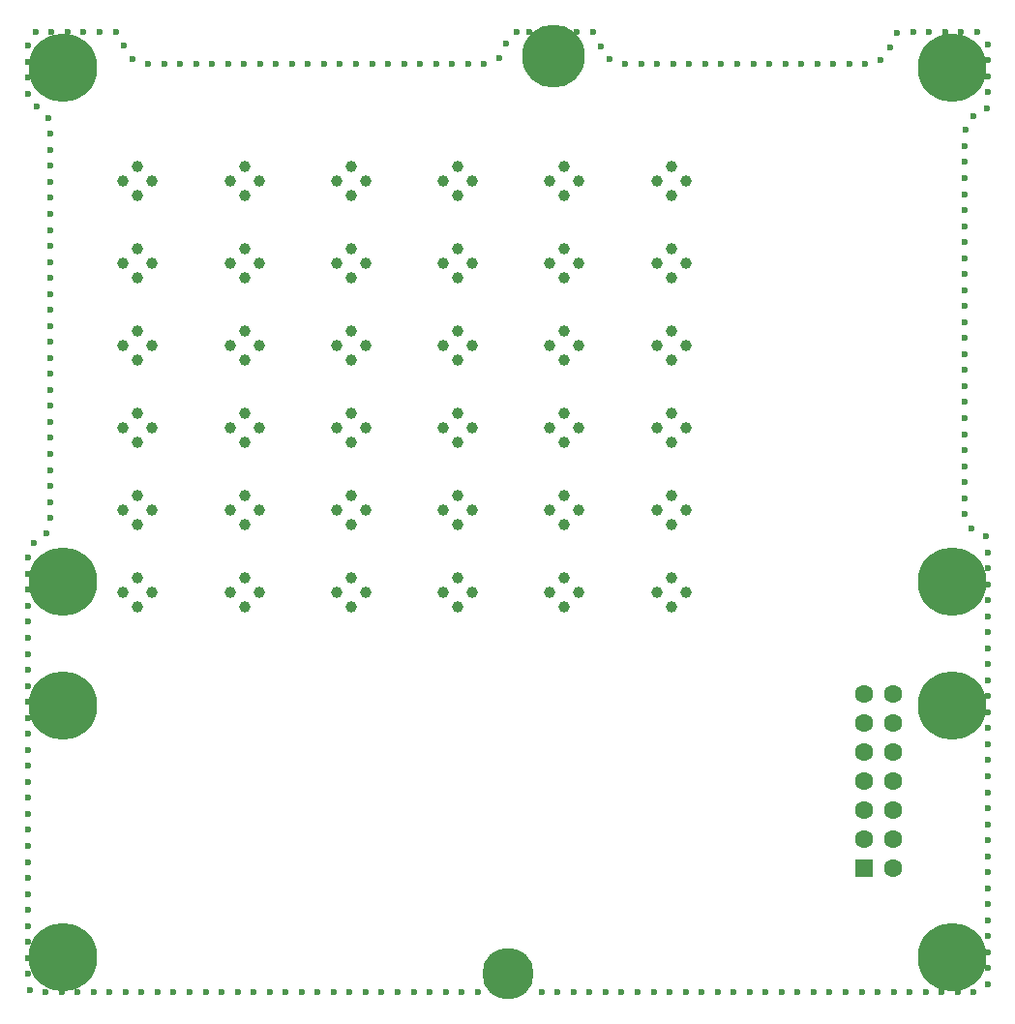
<source format=gbr>
G04*
G04 #@! TF.GenerationSoftware,Altium Limited,Altium Designer,24.1.2 (44)*
G04*
G04 Layer_Color=255*
%FSLAX44Y44*%
%MOMM*%
G71*
G04*
G04 #@! TF.SameCoordinates,E5F7653D-5FC0-4154-B66B-F321A2D7D9BC*
G04*
G04*
G04 #@! TF.FilePolarity,Positive*
G04*
G01*
G75*
%ADD34C,0.6000*%
%ADD35C,4.5000*%
%ADD36C,0.9000*%
%ADD37C,5.5000*%
%ADD38C,1.2000*%
%ADD39C,6.0000*%
%ADD40C,1.0000*%
%ADD41C,1.6000*%
%ADD42R,1.6000X1.6000*%
D34*
X443698Y845000D02*
D03*
X457698D02*
D03*
X471698D02*
D03*
X485698D02*
D03*
X499694Y844649D02*
D03*
X506867Y832626D02*
D03*
X514549Y820922D02*
D03*
X527989Y817000D02*
D03*
X541989D02*
D03*
X555989D02*
D03*
X569989D02*
D03*
X583989D02*
D03*
X597989D02*
D03*
X611989D02*
D03*
X625989D02*
D03*
X639989D02*
D03*
X653989D02*
D03*
X667989D02*
D03*
X681989D02*
D03*
X695989D02*
D03*
X709989D02*
D03*
X723989D02*
D03*
X737989D02*
D03*
X751625Y820170D02*
D03*
X760086Y831324D02*
D03*
X765980Y844023D02*
D03*
X779946Y845000D02*
D03*
X793945D02*
D03*
X807945D02*
D03*
X821945D02*
D03*
X835945D02*
D03*
X845000Y834322D02*
D03*
Y820322D02*
D03*
Y806322D02*
D03*
Y792322D02*
D03*
X844688Y778326D02*
D03*
X832680Y771128D02*
D03*
X825438Y759147D02*
D03*
X825000Y745153D02*
D03*
Y731153D02*
D03*
Y717153D02*
D03*
Y703154D02*
D03*
Y689154D02*
D03*
Y675154D02*
D03*
Y661153D02*
D03*
Y647153D02*
D03*
Y633153D02*
D03*
Y619154D02*
D03*
Y605154D02*
D03*
Y591153D02*
D03*
Y577154D02*
D03*
Y563153D02*
D03*
Y549154D02*
D03*
Y535154D02*
D03*
Y521153D02*
D03*
Y507154D02*
D03*
Y493153D02*
D03*
Y479154D02*
D03*
Y465154D02*
D03*
Y451153D02*
D03*
Y437154D02*
D03*
X825135Y423154D02*
D03*
X830854Y410376D02*
D03*
X843212Y403795D02*
D03*
X845000Y389910D02*
D03*
Y375910D02*
D03*
Y361910D02*
D03*
Y347910D02*
D03*
Y333910D02*
D03*
Y319910D02*
D03*
Y305910D02*
D03*
Y291910D02*
D03*
Y277910D02*
D03*
X845000Y263910D02*
D03*
Y249910D02*
D03*
Y235910D02*
D03*
Y221910D02*
D03*
Y207910D02*
D03*
Y193910D02*
D03*
Y179910D02*
D03*
Y165910D02*
D03*
Y151910D02*
D03*
X845000Y137910D02*
D03*
Y123910D02*
D03*
Y109910D02*
D03*
Y95910D02*
D03*
Y81910D02*
D03*
Y67910D02*
D03*
Y53910D02*
D03*
Y39910D02*
D03*
Y25910D02*
D03*
X844996Y11910D02*
D03*
X832820Y5000D02*
D03*
X818820D02*
D03*
X804820D02*
D03*
X790820D02*
D03*
X776820D02*
D03*
X762820D02*
D03*
X748820D02*
D03*
X734820D02*
D03*
X720820D02*
D03*
X706820D02*
D03*
X692820D02*
D03*
X678820D02*
D03*
X664820D02*
D03*
X650820D02*
D03*
X636820D02*
D03*
X622820D02*
D03*
X608820D02*
D03*
X594820D02*
D03*
X580820D02*
D03*
X566820D02*
D03*
X552820Y5000D02*
D03*
X538820D02*
D03*
X524820D02*
D03*
X510820D02*
D03*
X496820D02*
D03*
X482820D02*
D03*
X468820D02*
D03*
X454820D02*
D03*
X398820D02*
D03*
X384820D02*
D03*
X370820D02*
D03*
X356820D02*
D03*
X342820D02*
D03*
X328820D02*
D03*
X314820D02*
D03*
X300820D02*
D03*
X286820D02*
D03*
X272820Y5000D02*
D03*
X258820D02*
D03*
X244820D02*
D03*
X230820D02*
D03*
X216820D02*
D03*
X202820D02*
D03*
X188820D02*
D03*
X174820D02*
D03*
X160820D02*
D03*
X146820D02*
D03*
X132820D02*
D03*
X118820D02*
D03*
X104820D02*
D03*
X90820D02*
D03*
X76820D02*
D03*
X62820D02*
D03*
X48820D02*
D03*
X34820D02*
D03*
X20820D02*
D03*
X6982Y7125D02*
D03*
X5000Y20984D02*
D03*
Y34984D02*
D03*
Y48984D02*
D03*
Y62984D02*
D03*
Y76984D02*
D03*
Y90984D02*
D03*
Y104984D02*
D03*
Y118984D02*
D03*
Y132984D02*
D03*
Y146984D02*
D03*
Y160984D02*
D03*
Y174984D02*
D03*
Y188984D02*
D03*
Y202984D02*
D03*
Y216984D02*
D03*
Y230984D02*
D03*
Y244984D02*
D03*
Y258984D02*
D03*
Y272984D02*
D03*
Y286984D02*
D03*
Y300984D02*
D03*
Y314984D02*
D03*
Y328984D02*
D03*
Y342984D02*
D03*
Y356984D02*
D03*
Y370984D02*
D03*
Y384984D02*
D03*
X10583Y397822D02*
D03*
X21777Y406231D02*
D03*
X25000Y419855D02*
D03*
Y433855D02*
D03*
Y447855D02*
D03*
Y461855D02*
D03*
Y475855D02*
D03*
Y489855D02*
D03*
Y503855D02*
D03*
Y517855D02*
D03*
Y531855D02*
D03*
Y545855D02*
D03*
Y559855D02*
D03*
Y573855D02*
D03*
Y587855D02*
D03*
Y601855D02*
D03*
Y615855D02*
D03*
Y629855D02*
D03*
Y643855D02*
D03*
Y657855D02*
D03*
Y671855D02*
D03*
Y685855D02*
D03*
Y699855D02*
D03*
Y713855D02*
D03*
Y727855D02*
D03*
Y741855D02*
D03*
Y755855D02*
D03*
X23223Y769742D02*
D03*
X13392Y779709D02*
D03*
X5000Y790915D02*
D03*
Y804915D02*
D03*
Y818915D02*
D03*
Y832915D02*
D03*
X12067Y845000D02*
D03*
X26067D02*
D03*
X40067Y845000D02*
D03*
X54067D02*
D03*
X68067Y845000D02*
D03*
X82065Y844748D02*
D03*
X89513Y832894D02*
D03*
X97029Y821082D02*
D03*
X110421Y817000D02*
D03*
X124420D02*
D03*
X138420D02*
D03*
X152421D02*
D03*
X166420D02*
D03*
X180420D02*
D03*
X194421D02*
D03*
X208421D02*
D03*
X222421D02*
D03*
X236420D02*
D03*
X250420D02*
D03*
X264421D02*
D03*
X278421D02*
D03*
X292421D02*
D03*
X306420D02*
D03*
X320420D02*
D03*
X334421D02*
D03*
X348420D02*
D03*
X362421D02*
D03*
X376421D02*
D03*
X390420D02*
D03*
X404421Y817014D02*
D03*
X417475Y822071D02*
D03*
X424061Y834425D02*
D03*
X433227Y845007D02*
D03*
D35*
X425000Y21000D02*
D03*
D36*
X481465Y807835D02*
D03*
X449136D02*
D03*
Y840164D02*
D03*
X481465D02*
D03*
X488160Y824000D02*
D03*
X465300Y801140D02*
D03*
X442440Y824000D02*
D03*
X465300Y846860D02*
D03*
D37*
Y824000D02*
D03*
D38*
X52165Y19835D02*
D03*
X19835D02*
D03*
Y52165D02*
D03*
X52165D02*
D03*
X58860Y36000D02*
D03*
X36000Y13140D02*
D03*
X13140Y36000D02*
D03*
X36000Y58860D02*
D03*
X830164Y239835D02*
D03*
X797835D02*
D03*
Y272164D02*
D03*
X830164D02*
D03*
X836860Y256000D02*
D03*
X814000Y233140D02*
D03*
X791140Y256000D02*
D03*
X814000Y278860D02*
D03*
X36000Y836860D02*
D03*
X13140Y814000D02*
D03*
X36000Y791140D02*
D03*
X58860Y814000D02*
D03*
X52165Y830164D02*
D03*
X19835D02*
D03*
Y797835D02*
D03*
X52165D02*
D03*
X36000Y278860D02*
D03*
X13140Y256000D02*
D03*
X36000Y233140D02*
D03*
X58860Y256000D02*
D03*
X52165Y272164D02*
D03*
X19835D02*
D03*
Y239835D02*
D03*
X52165D02*
D03*
Y347836D02*
D03*
X19835D02*
D03*
Y380164D02*
D03*
X52165D02*
D03*
X58860Y364000D02*
D03*
X36000Y341140D02*
D03*
X13140Y364000D02*
D03*
X36000Y386860D02*
D03*
X830164Y797835D02*
D03*
X797835D02*
D03*
Y830164D02*
D03*
X830164D02*
D03*
X836860Y814000D02*
D03*
X814000Y791140D02*
D03*
X791140Y814000D02*
D03*
X814000Y836860D02*
D03*
Y386860D02*
D03*
X791140Y364000D02*
D03*
X814000Y341140D02*
D03*
X836860Y364000D02*
D03*
X830164Y380164D02*
D03*
X797835D02*
D03*
Y347836D02*
D03*
X830164D02*
D03*
Y19835D02*
D03*
X797835D02*
D03*
Y52165D02*
D03*
X830164D02*
D03*
X836860Y36000D02*
D03*
X814000Y13140D02*
D03*
X791140Y36000D02*
D03*
X814000Y58860D02*
D03*
D39*
X36000Y36000D02*
D03*
X814000Y256000D02*
D03*
X36000Y814000D02*
D03*
Y256000D02*
D03*
Y364000D02*
D03*
X814000Y814000D02*
D03*
Y364000D02*
D03*
Y36000D02*
D03*
D40*
X555400Y427000D02*
D03*
X568100Y439700D02*
D03*
Y414300D02*
D03*
X580800Y427000D02*
D03*
X555400Y355000D02*
D03*
X568100Y367700D02*
D03*
Y342300D02*
D03*
X580800Y355000D02*
D03*
X462060D02*
D03*
X474760Y367700D02*
D03*
Y342300D02*
D03*
X487460Y355000D02*
D03*
X368720Y427000D02*
D03*
X381420Y439700D02*
D03*
Y414300D02*
D03*
X394120Y427000D02*
D03*
X462060D02*
D03*
X474760Y439700D02*
D03*
Y414300D02*
D03*
X487460Y427000D02*
D03*
X368720Y355000D02*
D03*
X381420Y367700D02*
D03*
Y342300D02*
D03*
X394120Y355000D02*
D03*
X275380D02*
D03*
X288080Y367700D02*
D03*
Y342300D02*
D03*
X300780Y355000D02*
D03*
X275380Y427000D02*
D03*
X288080Y439700D02*
D03*
Y414300D02*
D03*
X300780Y427000D02*
D03*
X275380Y499000D02*
D03*
X288080Y511700D02*
D03*
Y486300D02*
D03*
X300780Y499000D02*
D03*
X368720D02*
D03*
X381420Y511700D02*
D03*
Y486300D02*
D03*
X394120Y499000D02*
D03*
X462060D02*
D03*
X474760Y511700D02*
D03*
Y486300D02*
D03*
X487460Y499000D02*
D03*
X555400D02*
D03*
X568100Y511700D02*
D03*
Y486300D02*
D03*
X580800Y499000D02*
D03*
X555400Y571000D02*
D03*
X568100Y583700D02*
D03*
Y558300D02*
D03*
X580800Y571000D02*
D03*
X462060D02*
D03*
X474760Y583700D02*
D03*
Y558300D02*
D03*
X487460Y571000D02*
D03*
X368720D02*
D03*
X381420Y583700D02*
D03*
Y558300D02*
D03*
X394120Y571000D02*
D03*
X275380D02*
D03*
X288080Y583700D02*
D03*
Y558300D02*
D03*
X300780Y571000D02*
D03*
X182040D02*
D03*
X194740Y583700D02*
D03*
Y558300D02*
D03*
X207440Y571000D02*
D03*
X182040Y499000D02*
D03*
X194740Y511700D02*
D03*
Y486300D02*
D03*
X207440Y499000D02*
D03*
X182040Y427000D02*
D03*
X194740Y439700D02*
D03*
Y414300D02*
D03*
X207440Y427000D02*
D03*
X182040Y355000D02*
D03*
X194740Y367700D02*
D03*
Y342300D02*
D03*
X207440Y355000D02*
D03*
X88700D02*
D03*
X101400Y367700D02*
D03*
Y342300D02*
D03*
X114100Y355000D02*
D03*
X88700Y427000D02*
D03*
X101400Y439700D02*
D03*
Y414300D02*
D03*
X114100Y427000D02*
D03*
X88700Y499000D02*
D03*
X101400Y511700D02*
D03*
Y486300D02*
D03*
X114100Y499000D02*
D03*
X88700Y571000D02*
D03*
X101400Y583700D02*
D03*
Y558300D02*
D03*
X114100Y571000D02*
D03*
X182040Y643000D02*
D03*
X194740Y655700D02*
D03*
Y630300D02*
D03*
X207440Y643000D02*
D03*
X275380D02*
D03*
X288080Y655700D02*
D03*
Y630300D02*
D03*
X300780Y643000D02*
D03*
X368720D02*
D03*
X381420Y655700D02*
D03*
Y630300D02*
D03*
X394120Y643000D02*
D03*
X462060D02*
D03*
X474760Y655700D02*
D03*
Y630300D02*
D03*
X487460Y643000D02*
D03*
X580800D02*
D03*
X568100Y630300D02*
D03*
Y655700D02*
D03*
X555400Y643000D02*
D03*
Y715000D02*
D03*
X568100Y727700D02*
D03*
Y702300D02*
D03*
X580800Y715000D02*
D03*
X462060D02*
D03*
X474760Y727700D02*
D03*
Y702300D02*
D03*
X487460Y715000D02*
D03*
X368720D02*
D03*
X381420Y727700D02*
D03*
Y702300D02*
D03*
X394120Y715000D02*
D03*
X275380D02*
D03*
X288080Y727700D02*
D03*
Y702300D02*
D03*
X300780Y715000D02*
D03*
X182040D02*
D03*
X194740Y727700D02*
D03*
Y702300D02*
D03*
X207440Y715000D02*
D03*
X88700D02*
D03*
X101400Y727700D02*
D03*
Y702300D02*
D03*
X114100Y715000D02*
D03*
X88700Y643000D02*
D03*
X101400Y655700D02*
D03*
Y630300D02*
D03*
X114100Y643000D02*
D03*
D41*
X762700Y113800D02*
D03*
Y139200D02*
D03*
Y164600D02*
D03*
Y190000D02*
D03*
Y215400D02*
D03*
Y240800D02*
D03*
Y266200D02*
D03*
X737300Y139200D02*
D03*
Y164600D02*
D03*
Y190000D02*
D03*
Y215400D02*
D03*
Y240800D02*
D03*
Y266200D02*
D03*
D42*
Y113800D02*
D03*
M02*

</source>
